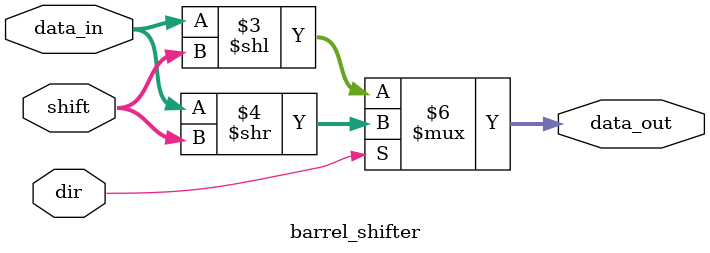
<source format=v>
module barrel_shifter (
    input [7:0] data_in,  // 8-bit input data
    input [2:0] shift,    // 3-bit shift amount
    input dir,            // Shift direction: 0 for left, 1 for right
    output reg [7:0] data_out // 8-bit output data
);

    always@(*) begin
        if (dir == 1'b0) begin
            // Left shift
            data_out = data_in << shift;
        end else begin
            // Right shift
            data_out = data_in >> shift;
        end
    end

endmodule

</source>
